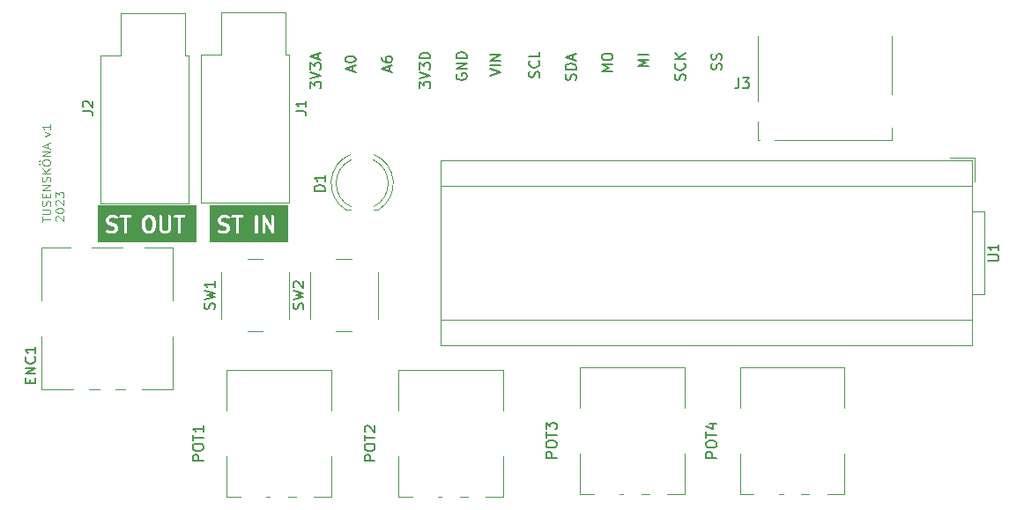
<source format=gbr>
%TF.GenerationSoftware,KiCad,Pcbnew,(7.0.0-0)*%
%TF.CreationDate,2023-06-03T23:07:31+02:00*%
%TF.ProjectId,Untitled,556e7469-746c-4656-942e-6b696361645f,rev?*%
%TF.SameCoordinates,Original*%
%TF.FileFunction,Legend,Top*%
%TF.FilePolarity,Positive*%
%FSLAX46Y46*%
G04 Gerber Fmt 4.6, Leading zero omitted, Abs format (unit mm)*
G04 Created by KiCad (PCBNEW (7.0.0-0)) date 2023-06-03 23:07:31*
%MOMM*%
%LPD*%
G01*
G04 APERTURE LIST*
%ADD10C,0.150000*%
%ADD11C,0.300000*%
%ADD12C,0.125000*%
%ADD13C,0.120000*%
G04 APERTURE END LIST*
D10*
X135532380Y-31357142D02*
X135532380Y-30738095D01*
X135532380Y-30738095D02*
X135913333Y-31071428D01*
X135913333Y-31071428D02*
X135913333Y-30928571D01*
X135913333Y-30928571D02*
X135960952Y-30833333D01*
X135960952Y-30833333D02*
X136008571Y-30785714D01*
X136008571Y-30785714D02*
X136103809Y-30738095D01*
X136103809Y-30738095D02*
X136341904Y-30738095D01*
X136341904Y-30738095D02*
X136437142Y-30785714D01*
X136437142Y-30785714D02*
X136484761Y-30833333D01*
X136484761Y-30833333D02*
X136532380Y-30928571D01*
X136532380Y-30928571D02*
X136532380Y-31214285D01*
X136532380Y-31214285D02*
X136484761Y-31309523D01*
X136484761Y-31309523D02*
X136437142Y-31357142D01*
X135532380Y-30452380D02*
X136532380Y-30119047D01*
X136532380Y-30119047D02*
X135532380Y-29785714D01*
X135532380Y-29547618D02*
X135532380Y-28928571D01*
X135532380Y-28928571D02*
X135913333Y-29261904D01*
X135913333Y-29261904D02*
X135913333Y-29119047D01*
X135913333Y-29119047D02*
X135960952Y-29023809D01*
X135960952Y-29023809D02*
X136008571Y-28976190D01*
X136008571Y-28976190D02*
X136103809Y-28928571D01*
X136103809Y-28928571D02*
X136341904Y-28928571D01*
X136341904Y-28928571D02*
X136437142Y-28976190D01*
X136437142Y-28976190D02*
X136484761Y-29023809D01*
X136484761Y-29023809D02*
X136532380Y-29119047D01*
X136532380Y-29119047D02*
X136532380Y-29404761D01*
X136532380Y-29404761D02*
X136484761Y-29499999D01*
X136484761Y-29499999D02*
X136437142Y-29547618D01*
X136532380Y-28499999D02*
X135532380Y-28499999D01*
X135532380Y-28499999D02*
X135532380Y-28261904D01*
X135532380Y-28261904D02*
X135580000Y-28119047D01*
X135580000Y-28119047D02*
X135675238Y-28023809D01*
X135675238Y-28023809D02*
X135770476Y-27976190D01*
X135770476Y-27976190D02*
X135960952Y-27928571D01*
X135960952Y-27928571D02*
X136103809Y-27928571D01*
X136103809Y-27928571D02*
X136294285Y-27976190D01*
X136294285Y-27976190D02*
X136389523Y-28023809D01*
X136389523Y-28023809D02*
X136484761Y-28119047D01*
X136484761Y-28119047D02*
X136532380Y-28261904D01*
X136532380Y-28261904D02*
X136532380Y-28499999D01*
X164484761Y-29559523D02*
X164532380Y-29416666D01*
X164532380Y-29416666D02*
X164532380Y-29178571D01*
X164532380Y-29178571D02*
X164484761Y-29083333D01*
X164484761Y-29083333D02*
X164437142Y-29035714D01*
X164437142Y-29035714D02*
X164341904Y-28988095D01*
X164341904Y-28988095D02*
X164246666Y-28988095D01*
X164246666Y-28988095D02*
X164151428Y-29035714D01*
X164151428Y-29035714D02*
X164103809Y-29083333D01*
X164103809Y-29083333D02*
X164056190Y-29178571D01*
X164056190Y-29178571D02*
X164008571Y-29369047D01*
X164008571Y-29369047D02*
X163960952Y-29464285D01*
X163960952Y-29464285D02*
X163913333Y-29511904D01*
X163913333Y-29511904D02*
X163818095Y-29559523D01*
X163818095Y-29559523D02*
X163722857Y-29559523D01*
X163722857Y-29559523D02*
X163627619Y-29511904D01*
X163627619Y-29511904D02*
X163580000Y-29464285D01*
X163580000Y-29464285D02*
X163532380Y-29369047D01*
X163532380Y-29369047D02*
X163532380Y-29130952D01*
X163532380Y-29130952D02*
X163580000Y-28988095D01*
X164484761Y-28607142D02*
X164532380Y-28464285D01*
X164532380Y-28464285D02*
X164532380Y-28226190D01*
X164532380Y-28226190D02*
X164484761Y-28130952D01*
X164484761Y-28130952D02*
X164437142Y-28083333D01*
X164437142Y-28083333D02*
X164341904Y-28035714D01*
X164341904Y-28035714D02*
X164246666Y-28035714D01*
X164246666Y-28035714D02*
X164151428Y-28083333D01*
X164151428Y-28083333D02*
X164103809Y-28130952D01*
X164103809Y-28130952D02*
X164056190Y-28226190D01*
X164056190Y-28226190D02*
X164008571Y-28416666D01*
X164008571Y-28416666D02*
X163960952Y-28511904D01*
X163960952Y-28511904D02*
X163913333Y-28559523D01*
X163913333Y-28559523D02*
X163818095Y-28607142D01*
X163818095Y-28607142D02*
X163722857Y-28607142D01*
X163722857Y-28607142D02*
X163627619Y-28559523D01*
X163627619Y-28559523D02*
X163580000Y-28511904D01*
X163580000Y-28511904D02*
X163532380Y-28416666D01*
X163532380Y-28416666D02*
X163532380Y-28178571D01*
X163532380Y-28178571D02*
X163580000Y-28035714D01*
X150484761Y-30559523D02*
X150532380Y-30416666D01*
X150532380Y-30416666D02*
X150532380Y-30178571D01*
X150532380Y-30178571D02*
X150484761Y-30083333D01*
X150484761Y-30083333D02*
X150437142Y-30035714D01*
X150437142Y-30035714D02*
X150341904Y-29988095D01*
X150341904Y-29988095D02*
X150246666Y-29988095D01*
X150246666Y-29988095D02*
X150151428Y-30035714D01*
X150151428Y-30035714D02*
X150103809Y-30083333D01*
X150103809Y-30083333D02*
X150056190Y-30178571D01*
X150056190Y-30178571D02*
X150008571Y-30369047D01*
X150008571Y-30369047D02*
X149960952Y-30464285D01*
X149960952Y-30464285D02*
X149913333Y-30511904D01*
X149913333Y-30511904D02*
X149818095Y-30559523D01*
X149818095Y-30559523D02*
X149722857Y-30559523D01*
X149722857Y-30559523D02*
X149627619Y-30511904D01*
X149627619Y-30511904D02*
X149580000Y-30464285D01*
X149580000Y-30464285D02*
X149532380Y-30369047D01*
X149532380Y-30369047D02*
X149532380Y-30130952D01*
X149532380Y-30130952D02*
X149580000Y-29988095D01*
X150532380Y-29559523D02*
X149532380Y-29559523D01*
X149532380Y-29559523D02*
X149532380Y-29321428D01*
X149532380Y-29321428D02*
X149580000Y-29178571D01*
X149580000Y-29178571D02*
X149675238Y-29083333D01*
X149675238Y-29083333D02*
X149770476Y-29035714D01*
X149770476Y-29035714D02*
X149960952Y-28988095D01*
X149960952Y-28988095D02*
X150103809Y-28988095D01*
X150103809Y-28988095D02*
X150294285Y-29035714D01*
X150294285Y-29035714D02*
X150389523Y-29083333D01*
X150389523Y-29083333D02*
X150484761Y-29178571D01*
X150484761Y-29178571D02*
X150532380Y-29321428D01*
X150532380Y-29321428D02*
X150532380Y-29559523D01*
X150246666Y-28607142D02*
X150246666Y-28130952D01*
X150532380Y-28702380D02*
X149532380Y-28369047D01*
X149532380Y-28369047D02*
X150532380Y-28035714D01*
X139080000Y-29988095D02*
X139032380Y-30083333D01*
X139032380Y-30083333D02*
X139032380Y-30226190D01*
X139032380Y-30226190D02*
X139080000Y-30369047D01*
X139080000Y-30369047D02*
X139175238Y-30464285D01*
X139175238Y-30464285D02*
X139270476Y-30511904D01*
X139270476Y-30511904D02*
X139460952Y-30559523D01*
X139460952Y-30559523D02*
X139603809Y-30559523D01*
X139603809Y-30559523D02*
X139794285Y-30511904D01*
X139794285Y-30511904D02*
X139889523Y-30464285D01*
X139889523Y-30464285D02*
X139984761Y-30369047D01*
X139984761Y-30369047D02*
X140032380Y-30226190D01*
X140032380Y-30226190D02*
X140032380Y-30130952D01*
X140032380Y-30130952D02*
X139984761Y-29988095D01*
X139984761Y-29988095D02*
X139937142Y-29940476D01*
X139937142Y-29940476D02*
X139603809Y-29940476D01*
X139603809Y-29940476D02*
X139603809Y-30130952D01*
X140032380Y-29511904D02*
X139032380Y-29511904D01*
X139032380Y-29511904D02*
X140032380Y-28940476D01*
X140032380Y-28940476D02*
X139032380Y-28940476D01*
X140032380Y-28464285D02*
X139032380Y-28464285D01*
X139032380Y-28464285D02*
X139032380Y-28226190D01*
X139032380Y-28226190D02*
X139080000Y-28083333D01*
X139080000Y-28083333D02*
X139175238Y-27988095D01*
X139175238Y-27988095D02*
X139270476Y-27940476D01*
X139270476Y-27940476D02*
X139460952Y-27892857D01*
X139460952Y-27892857D02*
X139603809Y-27892857D01*
X139603809Y-27892857D02*
X139794285Y-27940476D01*
X139794285Y-27940476D02*
X139889523Y-27988095D01*
X139889523Y-27988095D02*
X139984761Y-28083333D01*
X139984761Y-28083333D02*
X140032380Y-28226190D01*
X140032380Y-28226190D02*
X140032380Y-28464285D01*
D11*
G36*
X122871429Y-46164286D02*
G01*
X115335714Y-46164286D01*
X115335714Y-43976067D01*
X116130284Y-43976067D01*
X116135714Y-43989159D01*
X116135714Y-44094069D01*
X116131853Y-44129829D01*
X116145560Y-44157244D01*
X116154198Y-44186662D01*
X116164909Y-44195943D01*
X116214567Y-44295262D01*
X116219933Y-44319923D01*
X116249131Y-44349121D01*
X116277308Y-44379413D01*
X116280151Y-44380139D01*
X116309204Y-44409192D01*
X116322094Y-44430895D01*
X116359068Y-44449382D01*
X116395341Y-44469189D01*
X116398263Y-44468979D01*
X116480449Y-44510072D01*
X116492319Y-44522696D01*
X116519072Y-44529384D01*
X116523636Y-44531666D01*
X116539926Y-44534597D01*
X116804785Y-44600812D01*
X116911146Y-44653992D01*
X116948149Y-44690995D01*
X116992857Y-44780411D01*
X116992857Y-44852447D01*
X116948151Y-44941857D01*
X116911145Y-44978863D01*
X116821731Y-45023571D01*
X116524343Y-45023571D01*
X116312687Y-44953019D01*
X116247121Y-44950647D01*
X116171343Y-44995562D01*
X116131877Y-45074315D01*
X116141254Y-45161902D01*
X116196496Y-45230516D01*
X116434725Y-45309926D01*
X116455956Y-45323571D01*
X116497268Y-45323571D01*
X116538593Y-45325066D01*
X116541115Y-45323571D01*
X116849066Y-45323571D01*
X116884830Y-45327432D01*
X116912245Y-45313724D01*
X116941662Y-45305087D01*
X116950943Y-45294375D01*
X117050261Y-45244716D01*
X117074922Y-45239352D01*
X117104133Y-45210140D01*
X117134413Y-45181975D01*
X117135139Y-45179134D01*
X117164193Y-45150080D01*
X117185895Y-45137191D01*
X117204378Y-45100224D01*
X117224188Y-45063946D01*
X117223978Y-45061023D01*
X117273409Y-44962162D01*
X117292857Y-44931901D01*
X117292857Y-44901248D01*
X117298287Y-44871076D01*
X117292857Y-44857984D01*
X117292857Y-44753076D01*
X117296718Y-44717312D01*
X117283010Y-44689896D01*
X117274373Y-44660480D01*
X117263661Y-44651198D01*
X117214002Y-44551880D01*
X117208638Y-44527219D01*
X117179416Y-44497997D01*
X117151261Y-44467729D01*
X117148421Y-44467002D01*
X117119363Y-44437945D01*
X117106476Y-44416247D01*
X117069522Y-44397770D01*
X117033231Y-44377953D01*
X117030306Y-44378162D01*
X116948119Y-44337068D01*
X116936251Y-44324446D01*
X116909499Y-44317758D01*
X116904933Y-44315475D01*
X116888635Y-44312542D01*
X116623783Y-44246329D01*
X116517425Y-44193150D01*
X116480419Y-44156145D01*
X116435714Y-44066733D01*
X116435714Y-43994695D01*
X116480420Y-43905281D01*
X116517424Y-43868277D01*
X116606838Y-43823571D01*
X116904230Y-43823571D01*
X117115883Y-43894123D01*
X117181450Y-43896495D01*
X117257227Y-43851580D01*
X117296694Y-43772827D01*
X117288450Y-43695820D01*
X117416686Y-43695820D01*
X117453279Y-43775947D01*
X117527384Y-43823571D01*
X117849999Y-43823571D01*
X117849999Y-45195139D01*
X117868483Y-45258091D01*
X117935056Y-45315776D01*
X118022248Y-45328313D01*
X118102375Y-45291720D01*
X118149999Y-45217615D01*
X118149999Y-45195139D01*
X119678570Y-45195139D01*
X119697054Y-45258091D01*
X119763627Y-45315776D01*
X119850819Y-45328313D01*
X119930946Y-45291720D01*
X119978570Y-45217615D01*
X119978570Y-43709751D01*
X120390768Y-43709751D01*
X120392856Y-43713405D01*
X120392856Y-45195139D01*
X120411340Y-45258091D01*
X120477913Y-45315776D01*
X120565105Y-45328313D01*
X120645232Y-45291720D01*
X120692856Y-45217615D01*
X120692856Y-44238405D01*
X121261031Y-45232712D01*
X121268483Y-45258091D01*
X121298816Y-45284374D01*
X121327745Y-45312205D01*
X121331875Y-45313020D01*
X121335056Y-45315776D01*
X121374789Y-45321489D01*
X121414166Y-45329260D01*
X121418079Y-45327713D01*
X121422248Y-45328313D01*
X121458771Y-45311633D01*
X121496090Y-45296886D01*
X121498546Y-45293468D01*
X121502375Y-45291720D01*
X121524066Y-45257966D01*
X121547505Y-45225361D01*
X121547724Y-45221154D01*
X121549999Y-45217615D01*
X121549999Y-45177489D01*
X121552088Y-45137391D01*
X121549999Y-45133735D01*
X121549999Y-43652003D01*
X121531515Y-43589051D01*
X121464942Y-43531366D01*
X121377750Y-43518829D01*
X121297623Y-43555422D01*
X121249999Y-43629527D01*
X121249999Y-44608736D01*
X120681823Y-43614429D01*
X120674372Y-43589051D01*
X120644038Y-43562767D01*
X120615110Y-43534937D01*
X120610979Y-43534121D01*
X120607799Y-43531366D01*
X120568065Y-43525652D01*
X120528689Y-43517882D01*
X120524775Y-43519428D01*
X120520607Y-43518829D01*
X120484083Y-43535508D01*
X120446765Y-43550256D01*
X120444308Y-43553673D01*
X120440480Y-43555422D01*
X120418784Y-43589180D01*
X120395350Y-43621782D01*
X120395130Y-43625987D01*
X120392856Y-43629527D01*
X120392856Y-43669664D01*
X120390768Y-43709751D01*
X119978570Y-43709751D01*
X119978570Y-43652003D01*
X119960086Y-43589051D01*
X119893513Y-43531366D01*
X119806321Y-43518829D01*
X119726194Y-43555422D01*
X119678570Y-43629527D01*
X119678570Y-45195139D01*
X118149999Y-45195139D01*
X118149999Y-43823571D01*
X118450139Y-43823571D01*
X118513091Y-43805087D01*
X118570776Y-43738514D01*
X118583313Y-43651322D01*
X118546720Y-43571195D01*
X118472615Y-43523571D01*
X118010730Y-43523571D01*
X117977750Y-43518829D01*
X117967367Y-43523571D01*
X117549860Y-43523571D01*
X117486908Y-43542055D01*
X117429223Y-43608628D01*
X117416686Y-43695820D01*
X117288450Y-43695820D01*
X117287317Y-43685240D01*
X117232075Y-43616625D01*
X116993846Y-43537215D01*
X116972615Y-43523571D01*
X116931302Y-43523571D01*
X116889978Y-43522076D01*
X116887456Y-43523571D01*
X116579503Y-43523571D01*
X116543739Y-43519710D01*
X116516323Y-43533418D01*
X116486908Y-43542055D01*
X116477626Y-43552766D01*
X116378311Y-43602425D01*
X116353650Y-43607790D01*
X116324435Y-43637004D01*
X116294158Y-43665167D01*
X116293431Y-43668007D01*
X116264375Y-43697062D01*
X116242675Y-43709952D01*
X116224194Y-43746912D01*
X116204382Y-43783196D01*
X116204591Y-43786119D01*
X116155159Y-43884982D01*
X116135714Y-43915241D01*
X116135714Y-43945892D01*
X116130284Y-43976067D01*
X115335714Y-43976067D01*
X115335714Y-42585714D01*
X122871429Y-42585714D01*
X122871429Y-46164286D01*
G37*
D10*
X146984761Y-30309523D02*
X147032380Y-30166666D01*
X147032380Y-30166666D02*
X147032380Y-29928571D01*
X147032380Y-29928571D02*
X146984761Y-29833333D01*
X146984761Y-29833333D02*
X146937142Y-29785714D01*
X146937142Y-29785714D02*
X146841904Y-29738095D01*
X146841904Y-29738095D02*
X146746666Y-29738095D01*
X146746666Y-29738095D02*
X146651428Y-29785714D01*
X146651428Y-29785714D02*
X146603809Y-29833333D01*
X146603809Y-29833333D02*
X146556190Y-29928571D01*
X146556190Y-29928571D02*
X146508571Y-30119047D01*
X146508571Y-30119047D02*
X146460952Y-30214285D01*
X146460952Y-30214285D02*
X146413333Y-30261904D01*
X146413333Y-30261904D02*
X146318095Y-30309523D01*
X146318095Y-30309523D02*
X146222857Y-30309523D01*
X146222857Y-30309523D02*
X146127619Y-30261904D01*
X146127619Y-30261904D02*
X146080000Y-30214285D01*
X146080000Y-30214285D02*
X146032380Y-30119047D01*
X146032380Y-30119047D02*
X146032380Y-29880952D01*
X146032380Y-29880952D02*
X146080000Y-29738095D01*
X146937142Y-28738095D02*
X146984761Y-28785714D01*
X146984761Y-28785714D02*
X147032380Y-28928571D01*
X147032380Y-28928571D02*
X147032380Y-29023809D01*
X147032380Y-29023809D02*
X146984761Y-29166666D01*
X146984761Y-29166666D02*
X146889523Y-29261904D01*
X146889523Y-29261904D02*
X146794285Y-29309523D01*
X146794285Y-29309523D02*
X146603809Y-29357142D01*
X146603809Y-29357142D02*
X146460952Y-29357142D01*
X146460952Y-29357142D02*
X146270476Y-29309523D01*
X146270476Y-29309523D02*
X146175238Y-29261904D01*
X146175238Y-29261904D02*
X146080000Y-29166666D01*
X146080000Y-29166666D02*
X146032380Y-29023809D01*
X146032380Y-29023809D02*
X146032380Y-28928571D01*
X146032380Y-28928571D02*
X146080000Y-28785714D01*
X146080000Y-28785714D02*
X146127619Y-28738095D01*
X147032380Y-27833333D02*
X147032380Y-28309523D01*
X147032380Y-28309523D02*
X146032380Y-28309523D01*
X154032380Y-29761904D02*
X153032380Y-29761904D01*
X153032380Y-29761904D02*
X153746666Y-29428571D01*
X153746666Y-29428571D02*
X153032380Y-29095238D01*
X153032380Y-29095238D02*
X154032380Y-29095238D01*
X153032380Y-28428571D02*
X153032380Y-28238095D01*
X153032380Y-28238095D02*
X153080000Y-28142857D01*
X153080000Y-28142857D02*
X153175238Y-28047619D01*
X153175238Y-28047619D02*
X153365714Y-28000000D01*
X153365714Y-28000000D02*
X153699047Y-28000000D01*
X153699047Y-28000000D02*
X153889523Y-28047619D01*
X153889523Y-28047619D02*
X153984761Y-28142857D01*
X153984761Y-28142857D02*
X154032380Y-28238095D01*
X154032380Y-28238095D02*
X154032380Y-28428571D01*
X154032380Y-28428571D02*
X153984761Y-28523809D01*
X153984761Y-28523809D02*
X153889523Y-28619047D01*
X153889523Y-28619047D02*
X153699047Y-28666666D01*
X153699047Y-28666666D02*
X153365714Y-28666666D01*
X153365714Y-28666666D02*
X153175238Y-28619047D01*
X153175238Y-28619047D02*
X153080000Y-28523809D01*
X153080000Y-28523809D02*
X153032380Y-28428571D01*
X125032380Y-31357142D02*
X125032380Y-30738095D01*
X125032380Y-30738095D02*
X125413333Y-31071428D01*
X125413333Y-31071428D02*
X125413333Y-30928571D01*
X125413333Y-30928571D02*
X125460952Y-30833333D01*
X125460952Y-30833333D02*
X125508571Y-30785714D01*
X125508571Y-30785714D02*
X125603809Y-30738095D01*
X125603809Y-30738095D02*
X125841904Y-30738095D01*
X125841904Y-30738095D02*
X125937142Y-30785714D01*
X125937142Y-30785714D02*
X125984761Y-30833333D01*
X125984761Y-30833333D02*
X126032380Y-30928571D01*
X126032380Y-30928571D02*
X126032380Y-31214285D01*
X126032380Y-31214285D02*
X125984761Y-31309523D01*
X125984761Y-31309523D02*
X125937142Y-31357142D01*
X125032380Y-30452380D02*
X126032380Y-30119047D01*
X126032380Y-30119047D02*
X125032380Y-29785714D01*
X125032380Y-29547618D02*
X125032380Y-28928571D01*
X125032380Y-28928571D02*
X125413333Y-29261904D01*
X125413333Y-29261904D02*
X125413333Y-29119047D01*
X125413333Y-29119047D02*
X125460952Y-29023809D01*
X125460952Y-29023809D02*
X125508571Y-28976190D01*
X125508571Y-28976190D02*
X125603809Y-28928571D01*
X125603809Y-28928571D02*
X125841904Y-28928571D01*
X125841904Y-28928571D02*
X125937142Y-28976190D01*
X125937142Y-28976190D02*
X125984761Y-29023809D01*
X125984761Y-29023809D02*
X126032380Y-29119047D01*
X126032380Y-29119047D02*
X126032380Y-29404761D01*
X126032380Y-29404761D02*
X125984761Y-29499999D01*
X125984761Y-29499999D02*
X125937142Y-29547618D01*
X125746666Y-28547618D02*
X125746666Y-28071428D01*
X126032380Y-28642856D02*
X125032380Y-28309523D01*
X125032380Y-28309523D02*
X126032380Y-27976190D01*
X142282380Y-30154761D02*
X143282380Y-29821428D01*
X143282380Y-29821428D02*
X142282380Y-29488095D01*
X143282380Y-29154761D02*
X142282380Y-29154761D01*
X143282380Y-28678571D02*
X142282380Y-28678571D01*
X142282380Y-28678571D02*
X143282380Y-28107143D01*
X143282380Y-28107143D02*
X142282380Y-28107143D01*
X160984761Y-30559523D02*
X161032380Y-30416666D01*
X161032380Y-30416666D02*
X161032380Y-30178571D01*
X161032380Y-30178571D02*
X160984761Y-30083333D01*
X160984761Y-30083333D02*
X160937142Y-30035714D01*
X160937142Y-30035714D02*
X160841904Y-29988095D01*
X160841904Y-29988095D02*
X160746666Y-29988095D01*
X160746666Y-29988095D02*
X160651428Y-30035714D01*
X160651428Y-30035714D02*
X160603809Y-30083333D01*
X160603809Y-30083333D02*
X160556190Y-30178571D01*
X160556190Y-30178571D02*
X160508571Y-30369047D01*
X160508571Y-30369047D02*
X160460952Y-30464285D01*
X160460952Y-30464285D02*
X160413333Y-30511904D01*
X160413333Y-30511904D02*
X160318095Y-30559523D01*
X160318095Y-30559523D02*
X160222857Y-30559523D01*
X160222857Y-30559523D02*
X160127619Y-30511904D01*
X160127619Y-30511904D02*
X160080000Y-30464285D01*
X160080000Y-30464285D02*
X160032380Y-30369047D01*
X160032380Y-30369047D02*
X160032380Y-30130952D01*
X160032380Y-30130952D02*
X160080000Y-29988095D01*
X160937142Y-28988095D02*
X160984761Y-29035714D01*
X160984761Y-29035714D02*
X161032380Y-29178571D01*
X161032380Y-29178571D02*
X161032380Y-29273809D01*
X161032380Y-29273809D02*
X160984761Y-29416666D01*
X160984761Y-29416666D02*
X160889523Y-29511904D01*
X160889523Y-29511904D02*
X160794285Y-29559523D01*
X160794285Y-29559523D02*
X160603809Y-29607142D01*
X160603809Y-29607142D02*
X160460952Y-29607142D01*
X160460952Y-29607142D02*
X160270476Y-29559523D01*
X160270476Y-29559523D02*
X160175238Y-29511904D01*
X160175238Y-29511904D02*
X160080000Y-29416666D01*
X160080000Y-29416666D02*
X160032380Y-29273809D01*
X160032380Y-29273809D02*
X160032380Y-29178571D01*
X160032380Y-29178571D02*
X160080000Y-29035714D01*
X160080000Y-29035714D02*
X160127619Y-28988095D01*
X161032380Y-28559523D02*
X160032380Y-28559523D01*
X161032380Y-27988095D02*
X160460952Y-28416666D01*
X160032380Y-27988095D02*
X160603809Y-28559523D01*
X157532380Y-29261904D02*
X156532380Y-29261904D01*
X156532380Y-29261904D02*
X157246666Y-28928571D01*
X157246666Y-28928571D02*
X156532380Y-28595238D01*
X156532380Y-28595238D02*
X157532380Y-28595238D01*
X157532380Y-28119047D02*
X156532380Y-28119047D01*
D12*
X99229904Y-44173809D02*
X99229904Y-43716666D01*
X100029904Y-43945238D02*
X99229904Y-43945238D01*
X99229904Y-43449999D02*
X99877523Y-43449999D01*
X99877523Y-43449999D02*
X99953714Y-43411904D01*
X99953714Y-43411904D02*
X99991809Y-43373809D01*
X99991809Y-43373809D02*
X100029904Y-43297618D01*
X100029904Y-43297618D02*
X100029904Y-43145237D01*
X100029904Y-43145237D02*
X99991809Y-43069047D01*
X99991809Y-43069047D02*
X99953714Y-43030952D01*
X99953714Y-43030952D02*
X99877523Y-42992856D01*
X99877523Y-42992856D02*
X99229904Y-42992856D01*
X99991809Y-42650000D02*
X100029904Y-42535714D01*
X100029904Y-42535714D02*
X100029904Y-42345238D01*
X100029904Y-42345238D02*
X99991809Y-42269047D01*
X99991809Y-42269047D02*
X99953714Y-42230952D01*
X99953714Y-42230952D02*
X99877523Y-42192857D01*
X99877523Y-42192857D02*
X99801333Y-42192857D01*
X99801333Y-42192857D02*
X99725142Y-42230952D01*
X99725142Y-42230952D02*
X99687047Y-42269047D01*
X99687047Y-42269047D02*
X99648952Y-42345238D01*
X99648952Y-42345238D02*
X99610857Y-42497619D01*
X99610857Y-42497619D02*
X99572761Y-42573809D01*
X99572761Y-42573809D02*
X99534666Y-42611904D01*
X99534666Y-42611904D02*
X99458476Y-42650000D01*
X99458476Y-42650000D02*
X99382285Y-42650000D01*
X99382285Y-42650000D02*
X99306095Y-42611904D01*
X99306095Y-42611904D02*
X99268000Y-42573809D01*
X99268000Y-42573809D02*
X99229904Y-42497619D01*
X99229904Y-42497619D02*
X99229904Y-42307142D01*
X99229904Y-42307142D02*
X99268000Y-42192857D01*
X99610857Y-41849999D02*
X99610857Y-41583333D01*
X100029904Y-41469047D02*
X100029904Y-41849999D01*
X100029904Y-41849999D02*
X99229904Y-41849999D01*
X99229904Y-41849999D02*
X99229904Y-41469047D01*
X100029904Y-41126189D02*
X99229904Y-41126189D01*
X99229904Y-41126189D02*
X100029904Y-40669046D01*
X100029904Y-40669046D02*
X99229904Y-40669046D01*
X99991809Y-40326190D02*
X100029904Y-40211904D01*
X100029904Y-40211904D02*
X100029904Y-40021428D01*
X100029904Y-40021428D02*
X99991809Y-39945237D01*
X99991809Y-39945237D02*
X99953714Y-39907142D01*
X99953714Y-39907142D02*
X99877523Y-39869047D01*
X99877523Y-39869047D02*
X99801333Y-39869047D01*
X99801333Y-39869047D02*
X99725142Y-39907142D01*
X99725142Y-39907142D02*
X99687047Y-39945237D01*
X99687047Y-39945237D02*
X99648952Y-40021428D01*
X99648952Y-40021428D02*
X99610857Y-40173809D01*
X99610857Y-40173809D02*
X99572761Y-40249999D01*
X99572761Y-40249999D02*
X99534666Y-40288094D01*
X99534666Y-40288094D02*
X99458476Y-40326190D01*
X99458476Y-40326190D02*
X99382285Y-40326190D01*
X99382285Y-40326190D02*
X99306095Y-40288094D01*
X99306095Y-40288094D02*
X99268000Y-40249999D01*
X99268000Y-40249999D02*
X99229904Y-40173809D01*
X99229904Y-40173809D02*
X99229904Y-39983332D01*
X99229904Y-39983332D02*
X99268000Y-39869047D01*
X100029904Y-39526189D02*
X99229904Y-39526189D01*
X100029904Y-39069046D02*
X99572761Y-39411904D01*
X99229904Y-39069046D02*
X99687047Y-39526189D01*
X99229904Y-38573808D02*
X99229904Y-38421427D01*
X99229904Y-38421427D02*
X99268000Y-38345237D01*
X99268000Y-38345237D02*
X99344190Y-38269046D01*
X99344190Y-38269046D02*
X99496571Y-38230951D01*
X99496571Y-38230951D02*
X99763238Y-38230951D01*
X99763238Y-38230951D02*
X99915619Y-38269046D01*
X99915619Y-38269046D02*
X99991809Y-38345237D01*
X99991809Y-38345237D02*
X100029904Y-38421427D01*
X100029904Y-38421427D02*
X100029904Y-38573808D01*
X100029904Y-38573808D02*
X99991809Y-38649999D01*
X99991809Y-38649999D02*
X99915619Y-38726189D01*
X99915619Y-38726189D02*
X99763238Y-38764285D01*
X99763238Y-38764285D02*
X99496571Y-38764285D01*
X99496571Y-38764285D02*
X99344190Y-38726189D01*
X99344190Y-38726189D02*
X99268000Y-38649999D01*
X99268000Y-38649999D02*
X99229904Y-38573808D01*
X98963238Y-38649999D02*
X99001333Y-38611904D01*
X99001333Y-38611904D02*
X99039428Y-38649999D01*
X99039428Y-38649999D02*
X99001333Y-38688094D01*
X99001333Y-38688094D02*
X98963238Y-38649999D01*
X98963238Y-38649999D02*
X99039428Y-38649999D01*
X98963238Y-38345237D02*
X99001333Y-38307142D01*
X99001333Y-38307142D02*
X99039428Y-38345237D01*
X99039428Y-38345237D02*
X99001333Y-38383332D01*
X99001333Y-38383332D02*
X98963238Y-38345237D01*
X98963238Y-38345237D02*
X99039428Y-38345237D01*
X100029904Y-37888094D02*
X99229904Y-37888094D01*
X99229904Y-37888094D02*
X100029904Y-37430951D01*
X100029904Y-37430951D02*
X99229904Y-37430951D01*
X99801333Y-37088095D02*
X99801333Y-36707142D01*
X100029904Y-37164285D02*
X99229904Y-36897618D01*
X99229904Y-36897618D02*
X100029904Y-36630952D01*
X99496571Y-35960476D02*
X100029904Y-35770000D01*
X100029904Y-35770000D02*
X99496571Y-35579523D01*
X100029904Y-34855714D02*
X100029904Y-35312857D01*
X100029904Y-35084285D02*
X99229904Y-35084285D01*
X99229904Y-35084285D02*
X99344190Y-35160476D01*
X99344190Y-35160476D02*
X99420380Y-35236666D01*
X99420380Y-35236666D02*
X99458476Y-35312857D01*
X100602095Y-44097619D02*
X100564000Y-44059523D01*
X100564000Y-44059523D02*
X100525904Y-43983333D01*
X100525904Y-43983333D02*
X100525904Y-43792857D01*
X100525904Y-43792857D02*
X100564000Y-43716666D01*
X100564000Y-43716666D02*
X100602095Y-43678571D01*
X100602095Y-43678571D02*
X100678285Y-43640476D01*
X100678285Y-43640476D02*
X100754476Y-43640476D01*
X100754476Y-43640476D02*
X100868761Y-43678571D01*
X100868761Y-43678571D02*
X101325904Y-44135714D01*
X101325904Y-44135714D02*
X101325904Y-43640476D01*
X100525904Y-43145237D02*
X100525904Y-43069047D01*
X100525904Y-43069047D02*
X100564000Y-42992856D01*
X100564000Y-42992856D02*
X100602095Y-42954761D01*
X100602095Y-42954761D02*
X100678285Y-42916666D01*
X100678285Y-42916666D02*
X100830666Y-42878571D01*
X100830666Y-42878571D02*
X101021142Y-42878571D01*
X101021142Y-42878571D02*
X101173523Y-42916666D01*
X101173523Y-42916666D02*
X101249714Y-42954761D01*
X101249714Y-42954761D02*
X101287809Y-42992856D01*
X101287809Y-42992856D02*
X101325904Y-43069047D01*
X101325904Y-43069047D02*
X101325904Y-43145237D01*
X101325904Y-43145237D02*
X101287809Y-43221428D01*
X101287809Y-43221428D02*
X101249714Y-43259523D01*
X101249714Y-43259523D02*
X101173523Y-43297618D01*
X101173523Y-43297618D02*
X101021142Y-43335714D01*
X101021142Y-43335714D02*
X100830666Y-43335714D01*
X100830666Y-43335714D02*
X100678285Y-43297618D01*
X100678285Y-43297618D02*
X100602095Y-43259523D01*
X100602095Y-43259523D02*
X100564000Y-43221428D01*
X100564000Y-43221428D02*
X100525904Y-43145237D01*
X100602095Y-42573809D02*
X100564000Y-42535713D01*
X100564000Y-42535713D02*
X100525904Y-42459523D01*
X100525904Y-42459523D02*
X100525904Y-42269047D01*
X100525904Y-42269047D02*
X100564000Y-42192856D01*
X100564000Y-42192856D02*
X100602095Y-42154761D01*
X100602095Y-42154761D02*
X100678285Y-42116666D01*
X100678285Y-42116666D02*
X100754476Y-42116666D01*
X100754476Y-42116666D02*
X100868761Y-42154761D01*
X100868761Y-42154761D02*
X101325904Y-42611904D01*
X101325904Y-42611904D02*
X101325904Y-42116666D01*
X100525904Y-41849999D02*
X100525904Y-41354761D01*
X100525904Y-41354761D02*
X100830666Y-41621427D01*
X100830666Y-41621427D02*
X100830666Y-41507142D01*
X100830666Y-41507142D02*
X100868761Y-41430951D01*
X100868761Y-41430951D02*
X100906857Y-41392856D01*
X100906857Y-41392856D02*
X100983047Y-41354761D01*
X100983047Y-41354761D02*
X101173523Y-41354761D01*
X101173523Y-41354761D02*
X101249714Y-41392856D01*
X101249714Y-41392856D02*
X101287809Y-41430951D01*
X101287809Y-41430951D02*
X101325904Y-41507142D01*
X101325904Y-41507142D02*
X101325904Y-41735713D01*
X101325904Y-41735713D02*
X101287809Y-41811904D01*
X101287809Y-41811904D02*
X101249714Y-41849999D01*
D11*
G36*
X109704002Y-43868278D02*
G01*
X109800268Y-43964544D01*
X109857142Y-44192036D01*
X109857142Y-44655106D01*
X109800268Y-44882597D01*
X109704002Y-44978863D01*
X109614589Y-45023571D01*
X109399695Y-45023571D01*
X109310283Y-44978865D01*
X109214014Y-44882597D01*
X109157142Y-44655107D01*
X109157142Y-44192035D01*
X109214013Y-43964545D01*
X109310283Y-43868276D01*
X109399695Y-43823571D01*
X109614588Y-43823571D01*
X109704002Y-43868278D01*
G37*
G36*
X114121429Y-46164286D02*
G01*
X104585714Y-46164286D01*
X104585714Y-43976067D01*
X105380284Y-43976067D01*
X105385714Y-43989159D01*
X105385714Y-44094069D01*
X105381853Y-44129829D01*
X105395560Y-44157244D01*
X105404198Y-44186662D01*
X105414909Y-44195943D01*
X105464567Y-44295262D01*
X105469933Y-44319923D01*
X105499131Y-44349121D01*
X105527308Y-44379413D01*
X105530151Y-44380139D01*
X105559204Y-44409192D01*
X105572094Y-44430895D01*
X105609068Y-44449382D01*
X105645341Y-44469189D01*
X105648263Y-44468979D01*
X105730449Y-44510072D01*
X105742319Y-44522696D01*
X105769072Y-44529384D01*
X105773636Y-44531666D01*
X105789926Y-44534597D01*
X106054785Y-44600812D01*
X106161146Y-44653992D01*
X106198149Y-44690995D01*
X106242857Y-44780411D01*
X106242857Y-44852447D01*
X106198151Y-44941857D01*
X106161145Y-44978863D01*
X106071731Y-45023571D01*
X105774343Y-45023571D01*
X105562687Y-44953019D01*
X105497121Y-44950647D01*
X105421343Y-44995562D01*
X105381877Y-45074315D01*
X105391254Y-45161902D01*
X105446496Y-45230516D01*
X105684725Y-45309926D01*
X105705956Y-45323571D01*
X105747268Y-45323571D01*
X105788593Y-45325066D01*
X105791115Y-45323571D01*
X106099066Y-45323571D01*
X106134830Y-45327432D01*
X106162245Y-45313724D01*
X106191662Y-45305087D01*
X106200943Y-45294375D01*
X106300261Y-45244716D01*
X106324922Y-45239352D01*
X106354133Y-45210140D01*
X106384413Y-45181975D01*
X106385139Y-45179134D01*
X106414193Y-45150080D01*
X106435895Y-45137191D01*
X106454378Y-45100224D01*
X106474188Y-45063946D01*
X106473978Y-45061023D01*
X106523409Y-44962162D01*
X106542857Y-44931901D01*
X106542857Y-44901248D01*
X106548287Y-44871076D01*
X106542857Y-44857984D01*
X106542857Y-44753076D01*
X106546718Y-44717312D01*
X106533010Y-44689896D01*
X106524373Y-44660480D01*
X106513661Y-44651198D01*
X106464002Y-44551880D01*
X106458638Y-44527219D01*
X106429416Y-44497997D01*
X106401261Y-44467729D01*
X106398421Y-44467002D01*
X106369363Y-44437945D01*
X106356476Y-44416247D01*
X106319522Y-44397770D01*
X106283231Y-44377953D01*
X106280306Y-44378162D01*
X106198119Y-44337068D01*
X106186251Y-44324446D01*
X106159499Y-44317758D01*
X106154933Y-44315475D01*
X106138635Y-44312542D01*
X105873783Y-44246329D01*
X105767425Y-44193150D01*
X105730419Y-44156145D01*
X105685714Y-44066733D01*
X105685714Y-43994695D01*
X105730420Y-43905281D01*
X105767424Y-43868277D01*
X105856838Y-43823571D01*
X106154230Y-43823571D01*
X106365883Y-43894123D01*
X106431450Y-43896495D01*
X106507227Y-43851580D01*
X106546694Y-43772827D01*
X106538450Y-43695820D01*
X106666686Y-43695820D01*
X106703279Y-43775947D01*
X106777384Y-43823571D01*
X107099999Y-43823571D01*
X107099999Y-45195139D01*
X107118483Y-45258091D01*
X107185056Y-45315776D01*
X107272248Y-45328313D01*
X107352375Y-45291720D01*
X107399999Y-45217615D01*
X107399999Y-44667222D01*
X108850938Y-44667222D01*
X108857142Y-44692038D01*
X108857142Y-44695139D01*
X108862360Y-44712912D01*
X108932481Y-44993396D01*
X108941360Y-45034208D01*
X108958917Y-45051765D01*
X108971480Y-45073178D01*
X108989422Y-45082270D01*
X109102062Y-45194908D01*
X109114951Y-45216609D01*
X109151913Y-45235090D01*
X109188197Y-45254903D01*
X109191120Y-45254693D01*
X109289979Y-45304123D01*
X109320241Y-45323571D01*
X109350894Y-45323571D01*
X109381066Y-45329001D01*
X109394158Y-45323571D01*
X109641924Y-45323571D01*
X109677687Y-45327432D01*
X109705101Y-45313724D01*
X109734519Y-45305087D01*
X109743801Y-45294374D01*
X109843114Y-45244717D01*
X109867778Y-45239352D01*
X109896998Y-45210131D01*
X109927269Y-45181975D01*
X109927995Y-45179134D01*
X110040138Y-45066991D01*
X110070552Y-45038395D01*
X110076573Y-45014307D01*
X110088473Y-44992516D01*
X110087037Y-44972451D01*
X110101264Y-44915545D01*
X110496138Y-44915545D01*
X110509845Y-44942959D01*
X110518483Y-44972377D01*
X110529195Y-44981659D01*
X110578853Y-45080974D01*
X110584219Y-45105637D01*
X110613432Y-45134849D01*
X110641595Y-45165127D01*
X110644436Y-45165853D01*
X110673490Y-45194906D01*
X110686380Y-45216609D01*
X110723354Y-45235096D01*
X110759627Y-45254903D01*
X110762549Y-45254693D01*
X110861408Y-45304123D01*
X110891670Y-45323571D01*
X110922323Y-45323571D01*
X110952495Y-45329001D01*
X110965587Y-45323571D01*
X111213353Y-45323571D01*
X111249116Y-45327432D01*
X111276530Y-45313724D01*
X111305948Y-45305087D01*
X111315230Y-45294374D01*
X111414544Y-45244716D01*
X111439206Y-45239352D01*
X111468420Y-45210137D01*
X111498698Y-45181975D01*
X111499424Y-45179134D01*
X111528480Y-45150079D01*
X111550181Y-45137190D01*
X111568660Y-45100231D01*
X111588474Y-45063946D01*
X111588264Y-45061021D01*
X111637694Y-44962162D01*
X111657142Y-44931901D01*
X111657142Y-44901249D01*
X111662572Y-44871075D01*
X111657142Y-44857983D01*
X111657142Y-43695820D01*
X111852401Y-43695820D01*
X111888994Y-43775947D01*
X111963099Y-43823571D01*
X112285714Y-43823571D01*
X112285714Y-45195139D01*
X112304198Y-45258091D01*
X112370771Y-45315776D01*
X112457963Y-45328313D01*
X112538090Y-45291720D01*
X112585714Y-45217615D01*
X112585714Y-43823571D01*
X112885854Y-43823571D01*
X112948806Y-43805087D01*
X113006491Y-43738514D01*
X113019028Y-43651322D01*
X112982435Y-43571195D01*
X112908330Y-43523571D01*
X112446445Y-43523571D01*
X112413465Y-43518829D01*
X112403082Y-43523571D01*
X111985575Y-43523571D01*
X111922623Y-43542055D01*
X111864938Y-43608628D01*
X111852401Y-43695820D01*
X111657142Y-43695820D01*
X111657142Y-43652003D01*
X111638658Y-43589051D01*
X111572085Y-43531366D01*
X111484893Y-43518829D01*
X111404766Y-43555422D01*
X111357142Y-43629527D01*
X111357142Y-44852447D01*
X111312434Y-44941861D01*
X111275432Y-44978863D01*
X111186018Y-45023571D01*
X110971124Y-45023571D01*
X110881711Y-44978864D01*
X110844705Y-44941859D01*
X110799999Y-44852447D01*
X110799999Y-43652003D01*
X110781515Y-43589051D01*
X110714942Y-43531366D01*
X110627750Y-43518829D01*
X110547623Y-43555422D01*
X110499999Y-43629527D01*
X110499999Y-44879782D01*
X110496138Y-44915545D01*
X110101264Y-44915545D01*
X110146675Y-44733900D01*
X110157142Y-44717615D01*
X110157142Y-44692036D01*
X110157894Y-44689028D01*
X110157142Y-44670523D01*
X110157142Y-44198258D01*
X110163346Y-44179919D01*
X110157142Y-44155103D01*
X110157142Y-44152003D01*
X110151924Y-44134232D01*
X110081798Y-43853732D01*
X110072923Y-43812935D01*
X110055368Y-43795380D01*
X110042803Y-43773963D01*
X110024857Y-43764869D01*
X109912220Y-43652232D01*
X109899332Y-43630533D01*
X109862380Y-43612057D01*
X109826087Y-43592239D01*
X109823162Y-43592448D01*
X109724308Y-43543021D01*
X109694043Y-43523571D01*
X109663390Y-43523571D01*
X109633218Y-43518141D01*
X109620126Y-43523571D01*
X109372360Y-43523571D01*
X109336596Y-43519710D01*
X109309180Y-43533418D01*
X109279765Y-43542055D01*
X109270483Y-43552766D01*
X109171168Y-43602424D01*
X109146506Y-43607790D01*
X109117280Y-43637014D01*
X109087015Y-43665167D01*
X109086288Y-43668006D01*
X108974122Y-43780172D01*
X108943731Y-43808748D01*
X108937710Y-43832831D01*
X108925810Y-43854625D01*
X108927245Y-43874691D01*
X108867608Y-44113240D01*
X108857142Y-44129527D01*
X108857142Y-44155107D01*
X108856390Y-44158115D01*
X108857142Y-44176620D01*
X108857142Y-44648883D01*
X108850938Y-44667222D01*
X107399999Y-44667222D01*
X107399999Y-43823571D01*
X107700139Y-43823571D01*
X107763091Y-43805087D01*
X107820776Y-43738514D01*
X107833313Y-43651322D01*
X107796720Y-43571195D01*
X107722615Y-43523571D01*
X107260730Y-43523571D01*
X107227750Y-43518829D01*
X107217367Y-43523571D01*
X106799860Y-43523571D01*
X106736908Y-43542055D01*
X106679223Y-43608628D01*
X106666686Y-43695820D01*
X106538450Y-43695820D01*
X106537317Y-43685240D01*
X106482075Y-43616625D01*
X106243846Y-43537215D01*
X106222615Y-43523571D01*
X106181302Y-43523571D01*
X106139978Y-43522076D01*
X106137456Y-43523571D01*
X105829503Y-43523571D01*
X105793739Y-43519710D01*
X105766323Y-43533418D01*
X105736908Y-43542055D01*
X105727626Y-43552766D01*
X105628311Y-43602425D01*
X105603650Y-43607790D01*
X105574435Y-43637004D01*
X105544158Y-43665167D01*
X105543431Y-43668007D01*
X105514375Y-43697062D01*
X105492675Y-43709952D01*
X105474194Y-43746912D01*
X105454382Y-43783196D01*
X105454591Y-43786119D01*
X105405159Y-43884982D01*
X105385714Y-43915241D01*
X105385714Y-43945892D01*
X105380284Y-43976067D01*
X104585714Y-43976067D01*
X104585714Y-42585714D01*
X114121429Y-42585714D01*
X114121429Y-46164286D01*
G37*
D10*
%TO.C,SW1*%
X115769761Y-52583332D02*
X115817380Y-52440475D01*
X115817380Y-52440475D02*
X115817380Y-52202380D01*
X115817380Y-52202380D02*
X115769761Y-52107142D01*
X115769761Y-52107142D02*
X115722142Y-52059523D01*
X115722142Y-52059523D02*
X115626904Y-52011904D01*
X115626904Y-52011904D02*
X115531666Y-52011904D01*
X115531666Y-52011904D02*
X115436428Y-52059523D01*
X115436428Y-52059523D02*
X115388809Y-52107142D01*
X115388809Y-52107142D02*
X115341190Y-52202380D01*
X115341190Y-52202380D02*
X115293571Y-52392856D01*
X115293571Y-52392856D02*
X115245952Y-52488094D01*
X115245952Y-52488094D02*
X115198333Y-52535713D01*
X115198333Y-52535713D02*
X115103095Y-52583332D01*
X115103095Y-52583332D02*
X115007857Y-52583332D01*
X115007857Y-52583332D02*
X114912619Y-52535713D01*
X114912619Y-52535713D02*
X114865000Y-52488094D01*
X114865000Y-52488094D02*
X114817380Y-52392856D01*
X114817380Y-52392856D02*
X114817380Y-52154761D01*
X114817380Y-52154761D02*
X114865000Y-52011904D01*
X114817380Y-51678570D02*
X115817380Y-51440475D01*
X115817380Y-51440475D02*
X115103095Y-51249999D01*
X115103095Y-51249999D02*
X115817380Y-51059523D01*
X115817380Y-51059523D02*
X114817380Y-50821428D01*
X115817380Y-49916666D02*
X115817380Y-50488094D01*
X115817380Y-50202380D02*
X114817380Y-50202380D01*
X114817380Y-50202380D02*
X114960238Y-50297618D01*
X114960238Y-50297618D02*
X115055476Y-50392856D01*
X115055476Y-50392856D02*
X115103095Y-50488094D01*
%TO.C,SW2*%
X124319761Y-52583332D02*
X124367380Y-52440475D01*
X124367380Y-52440475D02*
X124367380Y-52202380D01*
X124367380Y-52202380D02*
X124319761Y-52107142D01*
X124319761Y-52107142D02*
X124272142Y-52059523D01*
X124272142Y-52059523D02*
X124176904Y-52011904D01*
X124176904Y-52011904D02*
X124081666Y-52011904D01*
X124081666Y-52011904D02*
X123986428Y-52059523D01*
X123986428Y-52059523D02*
X123938809Y-52107142D01*
X123938809Y-52107142D02*
X123891190Y-52202380D01*
X123891190Y-52202380D02*
X123843571Y-52392856D01*
X123843571Y-52392856D02*
X123795952Y-52488094D01*
X123795952Y-52488094D02*
X123748333Y-52535713D01*
X123748333Y-52535713D02*
X123653095Y-52583332D01*
X123653095Y-52583332D02*
X123557857Y-52583332D01*
X123557857Y-52583332D02*
X123462619Y-52535713D01*
X123462619Y-52535713D02*
X123415000Y-52488094D01*
X123415000Y-52488094D02*
X123367380Y-52392856D01*
X123367380Y-52392856D02*
X123367380Y-52154761D01*
X123367380Y-52154761D02*
X123415000Y-52011904D01*
X123367380Y-51678570D02*
X124367380Y-51440475D01*
X124367380Y-51440475D02*
X123653095Y-51249999D01*
X123653095Y-51249999D02*
X124367380Y-51059523D01*
X124367380Y-51059523D02*
X123367380Y-50821428D01*
X123462619Y-50488094D02*
X123415000Y-50440475D01*
X123415000Y-50440475D02*
X123367380Y-50345237D01*
X123367380Y-50345237D02*
X123367380Y-50107142D01*
X123367380Y-50107142D02*
X123415000Y-50011904D01*
X123415000Y-50011904D02*
X123462619Y-49964285D01*
X123462619Y-49964285D02*
X123557857Y-49916666D01*
X123557857Y-49916666D02*
X123653095Y-49916666D01*
X123653095Y-49916666D02*
X123795952Y-49964285D01*
X123795952Y-49964285D02*
X124367380Y-50535713D01*
X124367380Y-50535713D02*
X124367380Y-49916666D01*
%TO.C,POT4*%
X164047380Y-66862856D02*
X163047380Y-66862856D01*
X163047380Y-66862856D02*
X163047380Y-66481904D01*
X163047380Y-66481904D02*
X163095000Y-66386666D01*
X163095000Y-66386666D02*
X163142619Y-66339047D01*
X163142619Y-66339047D02*
X163237857Y-66291428D01*
X163237857Y-66291428D02*
X163380714Y-66291428D01*
X163380714Y-66291428D02*
X163475952Y-66339047D01*
X163475952Y-66339047D02*
X163523571Y-66386666D01*
X163523571Y-66386666D02*
X163571190Y-66481904D01*
X163571190Y-66481904D02*
X163571190Y-66862856D01*
X163047380Y-65672380D02*
X163047380Y-65481904D01*
X163047380Y-65481904D02*
X163095000Y-65386666D01*
X163095000Y-65386666D02*
X163190238Y-65291428D01*
X163190238Y-65291428D02*
X163380714Y-65243809D01*
X163380714Y-65243809D02*
X163714047Y-65243809D01*
X163714047Y-65243809D02*
X163904523Y-65291428D01*
X163904523Y-65291428D02*
X163999761Y-65386666D01*
X163999761Y-65386666D02*
X164047380Y-65481904D01*
X164047380Y-65481904D02*
X164047380Y-65672380D01*
X164047380Y-65672380D02*
X163999761Y-65767618D01*
X163999761Y-65767618D02*
X163904523Y-65862856D01*
X163904523Y-65862856D02*
X163714047Y-65910475D01*
X163714047Y-65910475D02*
X163380714Y-65910475D01*
X163380714Y-65910475D02*
X163190238Y-65862856D01*
X163190238Y-65862856D02*
X163095000Y-65767618D01*
X163095000Y-65767618D02*
X163047380Y-65672380D01*
X163047380Y-64958094D02*
X163047380Y-64386666D01*
X164047380Y-64672380D02*
X163047380Y-64672380D01*
X163380714Y-63624761D02*
X164047380Y-63624761D01*
X162999761Y-63862856D02*
X163714047Y-64100951D01*
X163714047Y-64100951D02*
X163714047Y-63481904D01*
%TO.C,A6*%
X132581666Y-29714285D02*
X132581666Y-29238095D01*
X132867380Y-29809523D02*
X131867380Y-29476190D01*
X131867380Y-29476190D02*
X132867380Y-29142857D01*
X131867380Y-28380952D02*
X131867380Y-28571428D01*
X131867380Y-28571428D02*
X131915000Y-28666666D01*
X131915000Y-28666666D02*
X131962619Y-28714285D01*
X131962619Y-28714285D02*
X132105476Y-28809523D01*
X132105476Y-28809523D02*
X132295952Y-28857142D01*
X132295952Y-28857142D02*
X132676904Y-28857142D01*
X132676904Y-28857142D02*
X132772142Y-28809523D01*
X132772142Y-28809523D02*
X132819761Y-28761904D01*
X132819761Y-28761904D02*
X132867380Y-28666666D01*
X132867380Y-28666666D02*
X132867380Y-28476190D01*
X132867380Y-28476190D02*
X132819761Y-28380952D01*
X132819761Y-28380952D02*
X132772142Y-28333333D01*
X132772142Y-28333333D02*
X132676904Y-28285714D01*
X132676904Y-28285714D02*
X132438809Y-28285714D01*
X132438809Y-28285714D02*
X132343571Y-28333333D01*
X132343571Y-28333333D02*
X132295952Y-28380952D01*
X132295952Y-28380952D02*
X132248333Y-28476190D01*
X132248333Y-28476190D02*
X132248333Y-28666666D01*
X132248333Y-28666666D02*
X132295952Y-28761904D01*
X132295952Y-28761904D02*
X132343571Y-28809523D01*
X132343571Y-28809523D02*
X132438809Y-28857142D01*
%TO.C,ENC1*%
X98093571Y-59714285D02*
X98093571Y-59380952D01*
X98617380Y-59238095D02*
X98617380Y-59714285D01*
X98617380Y-59714285D02*
X97617380Y-59714285D01*
X97617380Y-59714285D02*
X97617380Y-59238095D01*
X98617380Y-58809523D02*
X97617380Y-58809523D01*
X97617380Y-58809523D02*
X98617380Y-58238095D01*
X98617380Y-58238095D02*
X97617380Y-58238095D01*
X98522142Y-57190476D02*
X98569761Y-57238095D01*
X98569761Y-57238095D02*
X98617380Y-57380952D01*
X98617380Y-57380952D02*
X98617380Y-57476190D01*
X98617380Y-57476190D02*
X98569761Y-57619047D01*
X98569761Y-57619047D02*
X98474523Y-57714285D01*
X98474523Y-57714285D02*
X98379285Y-57761904D01*
X98379285Y-57761904D02*
X98188809Y-57809523D01*
X98188809Y-57809523D02*
X98045952Y-57809523D01*
X98045952Y-57809523D02*
X97855476Y-57761904D01*
X97855476Y-57761904D02*
X97760238Y-57714285D01*
X97760238Y-57714285D02*
X97665000Y-57619047D01*
X97665000Y-57619047D02*
X97617380Y-57476190D01*
X97617380Y-57476190D02*
X97617380Y-57380952D01*
X97617380Y-57380952D02*
X97665000Y-57238095D01*
X97665000Y-57238095D02*
X97712619Y-57190476D01*
X98617380Y-56238095D02*
X98617380Y-56809523D01*
X98617380Y-56523809D02*
X97617380Y-56523809D01*
X97617380Y-56523809D02*
X97760238Y-56619047D01*
X97760238Y-56619047D02*
X97855476Y-56714285D01*
X97855476Y-56714285D02*
X97903095Y-56809523D01*
%TO.C,POT1*%
X114717380Y-67142856D02*
X113717380Y-67142856D01*
X113717380Y-67142856D02*
X113717380Y-66761904D01*
X113717380Y-66761904D02*
X113765000Y-66666666D01*
X113765000Y-66666666D02*
X113812619Y-66619047D01*
X113812619Y-66619047D02*
X113907857Y-66571428D01*
X113907857Y-66571428D02*
X114050714Y-66571428D01*
X114050714Y-66571428D02*
X114145952Y-66619047D01*
X114145952Y-66619047D02*
X114193571Y-66666666D01*
X114193571Y-66666666D02*
X114241190Y-66761904D01*
X114241190Y-66761904D02*
X114241190Y-67142856D01*
X113717380Y-65952380D02*
X113717380Y-65761904D01*
X113717380Y-65761904D02*
X113765000Y-65666666D01*
X113765000Y-65666666D02*
X113860238Y-65571428D01*
X113860238Y-65571428D02*
X114050714Y-65523809D01*
X114050714Y-65523809D02*
X114384047Y-65523809D01*
X114384047Y-65523809D02*
X114574523Y-65571428D01*
X114574523Y-65571428D02*
X114669761Y-65666666D01*
X114669761Y-65666666D02*
X114717380Y-65761904D01*
X114717380Y-65761904D02*
X114717380Y-65952380D01*
X114717380Y-65952380D02*
X114669761Y-66047618D01*
X114669761Y-66047618D02*
X114574523Y-66142856D01*
X114574523Y-66142856D02*
X114384047Y-66190475D01*
X114384047Y-66190475D02*
X114050714Y-66190475D01*
X114050714Y-66190475D02*
X113860238Y-66142856D01*
X113860238Y-66142856D02*
X113765000Y-66047618D01*
X113765000Y-66047618D02*
X113717380Y-65952380D01*
X113717380Y-65238094D02*
X113717380Y-64666666D01*
X114717380Y-64952380D02*
X113717380Y-64952380D01*
X114717380Y-63809523D02*
X114717380Y-64380951D01*
X114717380Y-64095237D02*
X113717380Y-64095237D01*
X113717380Y-64095237D02*
X113860238Y-64190475D01*
X113860238Y-64190475D02*
X113955476Y-64285713D01*
X113955476Y-64285713D02*
X114003095Y-64380951D01*
%TO.C,U1*%
X190142380Y-47951904D02*
X190951904Y-47951904D01*
X190951904Y-47951904D02*
X191047142Y-47904285D01*
X191047142Y-47904285D02*
X191094761Y-47856666D01*
X191094761Y-47856666D02*
X191142380Y-47761428D01*
X191142380Y-47761428D02*
X191142380Y-47570952D01*
X191142380Y-47570952D02*
X191094761Y-47475714D01*
X191094761Y-47475714D02*
X191047142Y-47428095D01*
X191047142Y-47428095D02*
X190951904Y-47380476D01*
X190951904Y-47380476D02*
X190142380Y-47380476D01*
X191142380Y-46380476D02*
X191142380Y-46951904D01*
X191142380Y-46666190D02*
X190142380Y-46666190D01*
X190142380Y-46666190D02*
X190285238Y-46761428D01*
X190285238Y-46761428D02*
X190380476Y-46856666D01*
X190380476Y-46856666D02*
X190428095Y-46951904D01*
%TO.C,J1*%
X123617380Y-33583333D02*
X124331666Y-33583333D01*
X124331666Y-33583333D02*
X124474523Y-33630952D01*
X124474523Y-33630952D02*
X124569761Y-33726190D01*
X124569761Y-33726190D02*
X124617380Y-33869047D01*
X124617380Y-33869047D02*
X124617380Y-33964285D01*
X124617380Y-32583333D02*
X124617380Y-33154761D01*
X124617380Y-32869047D02*
X123617380Y-32869047D01*
X123617380Y-32869047D02*
X123760238Y-32964285D01*
X123760238Y-32964285D02*
X123855476Y-33059523D01*
X123855476Y-33059523D02*
X123903095Y-33154761D01*
%TO.C,A0*%
X129081666Y-29714285D02*
X129081666Y-29238095D01*
X129367380Y-29809523D02*
X128367380Y-29476190D01*
X128367380Y-29476190D02*
X129367380Y-29142857D01*
X128367380Y-28619047D02*
X128367380Y-28523809D01*
X128367380Y-28523809D02*
X128415000Y-28428571D01*
X128415000Y-28428571D02*
X128462619Y-28380952D01*
X128462619Y-28380952D02*
X128557857Y-28333333D01*
X128557857Y-28333333D02*
X128748333Y-28285714D01*
X128748333Y-28285714D02*
X128986428Y-28285714D01*
X128986428Y-28285714D02*
X129176904Y-28333333D01*
X129176904Y-28333333D02*
X129272142Y-28380952D01*
X129272142Y-28380952D02*
X129319761Y-28428571D01*
X129319761Y-28428571D02*
X129367380Y-28523809D01*
X129367380Y-28523809D02*
X129367380Y-28619047D01*
X129367380Y-28619047D02*
X129319761Y-28714285D01*
X129319761Y-28714285D02*
X129272142Y-28761904D01*
X129272142Y-28761904D02*
X129176904Y-28809523D01*
X129176904Y-28809523D02*
X128986428Y-28857142D01*
X128986428Y-28857142D02*
X128748333Y-28857142D01*
X128748333Y-28857142D02*
X128557857Y-28809523D01*
X128557857Y-28809523D02*
X128462619Y-28761904D01*
X128462619Y-28761904D02*
X128415000Y-28714285D01*
X128415000Y-28714285D02*
X128367380Y-28619047D01*
%TO.C,POT3*%
X148667380Y-66862856D02*
X147667380Y-66862856D01*
X147667380Y-66862856D02*
X147667380Y-66481904D01*
X147667380Y-66481904D02*
X147715000Y-66386666D01*
X147715000Y-66386666D02*
X147762619Y-66339047D01*
X147762619Y-66339047D02*
X147857857Y-66291428D01*
X147857857Y-66291428D02*
X148000714Y-66291428D01*
X148000714Y-66291428D02*
X148095952Y-66339047D01*
X148095952Y-66339047D02*
X148143571Y-66386666D01*
X148143571Y-66386666D02*
X148191190Y-66481904D01*
X148191190Y-66481904D02*
X148191190Y-66862856D01*
X147667380Y-65672380D02*
X147667380Y-65481904D01*
X147667380Y-65481904D02*
X147715000Y-65386666D01*
X147715000Y-65386666D02*
X147810238Y-65291428D01*
X147810238Y-65291428D02*
X148000714Y-65243809D01*
X148000714Y-65243809D02*
X148334047Y-65243809D01*
X148334047Y-65243809D02*
X148524523Y-65291428D01*
X148524523Y-65291428D02*
X148619761Y-65386666D01*
X148619761Y-65386666D02*
X148667380Y-65481904D01*
X148667380Y-65481904D02*
X148667380Y-65672380D01*
X148667380Y-65672380D02*
X148619761Y-65767618D01*
X148619761Y-65767618D02*
X148524523Y-65862856D01*
X148524523Y-65862856D02*
X148334047Y-65910475D01*
X148334047Y-65910475D02*
X148000714Y-65910475D01*
X148000714Y-65910475D02*
X147810238Y-65862856D01*
X147810238Y-65862856D02*
X147715000Y-65767618D01*
X147715000Y-65767618D02*
X147667380Y-65672380D01*
X147667380Y-64958094D02*
X147667380Y-64386666D01*
X148667380Y-64672380D02*
X147667380Y-64672380D01*
X147667380Y-64148570D02*
X147667380Y-63529523D01*
X147667380Y-63529523D02*
X148048333Y-63862856D01*
X148048333Y-63862856D02*
X148048333Y-63719999D01*
X148048333Y-63719999D02*
X148095952Y-63624761D01*
X148095952Y-63624761D02*
X148143571Y-63577142D01*
X148143571Y-63577142D02*
X148238809Y-63529523D01*
X148238809Y-63529523D02*
X148476904Y-63529523D01*
X148476904Y-63529523D02*
X148572142Y-63577142D01*
X148572142Y-63577142D02*
X148619761Y-63624761D01*
X148619761Y-63624761D02*
X148667380Y-63719999D01*
X148667380Y-63719999D02*
X148667380Y-64005713D01*
X148667380Y-64005713D02*
X148619761Y-64100951D01*
X148619761Y-64100951D02*
X148572142Y-64148570D01*
%TO.C,J3*%
X166166666Y-30367380D02*
X166166666Y-31081666D01*
X166166666Y-31081666D02*
X166119047Y-31224523D01*
X166119047Y-31224523D02*
X166023809Y-31319761D01*
X166023809Y-31319761D02*
X165880952Y-31367380D01*
X165880952Y-31367380D02*
X165785714Y-31367380D01*
X166547619Y-30367380D02*
X167166666Y-30367380D01*
X167166666Y-30367380D02*
X166833333Y-30748333D01*
X166833333Y-30748333D02*
X166976190Y-30748333D01*
X166976190Y-30748333D02*
X167071428Y-30795952D01*
X167071428Y-30795952D02*
X167119047Y-30843571D01*
X167119047Y-30843571D02*
X167166666Y-30938809D01*
X167166666Y-30938809D02*
X167166666Y-31176904D01*
X167166666Y-31176904D02*
X167119047Y-31272142D01*
X167119047Y-31272142D02*
X167071428Y-31319761D01*
X167071428Y-31319761D02*
X166976190Y-31367380D01*
X166976190Y-31367380D02*
X166690476Y-31367380D01*
X166690476Y-31367380D02*
X166595238Y-31319761D01*
X166595238Y-31319761D02*
X166547619Y-31272142D01*
%TO.C,POT2*%
X131217380Y-67142856D02*
X130217380Y-67142856D01*
X130217380Y-67142856D02*
X130217380Y-66761904D01*
X130217380Y-66761904D02*
X130265000Y-66666666D01*
X130265000Y-66666666D02*
X130312619Y-66619047D01*
X130312619Y-66619047D02*
X130407857Y-66571428D01*
X130407857Y-66571428D02*
X130550714Y-66571428D01*
X130550714Y-66571428D02*
X130645952Y-66619047D01*
X130645952Y-66619047D02*
X130693571Y-66666666D01*
X130693571Y-66666666D02*
X130741190Y-66761904D01*
X130741190Y-66761904D02*
X130741190Y-67142856D01*
X130217380Y-65952380D02*
X130217380Y-65761904D01*
X130217380Y-65761904D02*
X130265000Y-65666666D01*
X130265000Y-65666666D02*
X130360238Y-65571428D01*
X130360238Y-65571428D02*
X130550714Y-65523809D01*
X130550714Y-65523809D02*
X130884047Y-65523809D01*
X130884047Y-65523809D02*
X131074523Y-65571428D01*
X131074523Y-65571428D02*
X131169761Y-65666666D01*
X131169761Y-65666666D02*
X131217380Y-65761904D01*
X131217380Y-65761904D02*
X131217380Y-65952380D01*
X131217380Y-65952380D02*
X131169761Y-66047618D01*
X131169761Y-66047618D02*
X131074523Y-66142856D01*
X131074523Y-66142856D02*
X130884047Y-66190475D01*
X130884047Y-66190475D02*
X130550714Y-66190475D01*
X130550714Y-66190475D02*
X130360238Y-66142856D01*
X130360238Y-66142856D02*
X130265000Y-66047618D01*
X130265000Y-66047618D02*
X130217380Y-65952380D01*
X130217380Y-65238094D02*
X130217380Y-64666666D01*
X131217380Y-64952380D02*
X130217380Y-64952380D01*
X130312619Y-64380951D02*
X130265000Y-64333332D01*
X130265000Y-64333332D02*
X130217380Y-64238094D01*
X130217380Y-64238094D02*
X130217380Y-63999999D01*
X130217380Y-63999999D02*
X130265000Y-63904761D01*
X130265000Y-63904761D02*
X130312619Y-63857142D01*
X130312619Y-63857142D02*
X130407857Y-63809523D01*
X130407857Y-63809523D02*
X130503095Y-63809523D01*
X130503095Y-63809523D02*
X130645952Y-63857142D01*
X130645952Y-63857142D02*
X131217380Y-64428570D01*
X131217380Y-64428570D02*
X131217380Y-63809523D01*
%TO.C,D1*%
X126407380Y-41233094D02*
X125407380Y-41233094D01*
X125407380Y-41233094D02*
X125407380Y-40994999D01*
X125407380Y-40994999D02*
X125455000Y-40852142D01*
X125455000Y-40852142D02*
X125550238Y-40756904D01*
X125550238Y-40756904D02*
X125645476Y-40709285D01*
X125645476Y-40709285D02*
X125835952Y-40661666D01*
X125835952Y-40661666D02*
X125978809Y-40661666D01*
X125978809Y-40661666D02*
X126169285Y-40709285D01*
X126169285Y-40709285D02*
X126264523Y-40756904D01*
X126264523Y-40756904D02*
X126359761Y-40852142D01*
X126359761Y-40852142D02*
X126407380Y-40994999D01*
X126407380Y-40994999D02*
X126407380Y-41233094D01*
X126407380Y-39709285D02*
X126407380Y-40280713D01*
X126407380Y-39994999D02*
X125407380Y-39994999D01*
X125407380Y-39994999D02*
X125550238Y-40090237D01*
X125550238Y-40090237D02*
X125645476Y-40185475D01*
X125645476Y-40185475D02*
X125693095Y-40280713D01*
%TO.C,J2*%
X103117380Y-33583333D02*
X103831666Y-33583333D01*
X103831666Y-33583333D02*
X103974523Y-33630952D01*
X103974523Y-33630952D02*
X104069761Y-33726190D01*
X104069761Y-33726190D02*
X104117380Y-33869047D01*
X104117380Y-33869047D02*
X104117380Y-33964285D01*
X103212619Y-33154761D02*
X103165000Y-33107142D01*
X103165000Y-33107142D02*
X103117380Y-33011904D01*
X103117380Y-33011904D02*
X103117380Y-32773809D01*
X103117380Y-32773809D02*
X103165000Y-32678571D01*
X103165000Y-32678571D02*
X103212619Y-32630952D01*
X103212619Y-32630952D02*
X103307857Y-32583333D01*
X103307857Y-32583333D02*
X103403095Y-32583333D01*
X103403095Y-32583333D02*
X103545952Y-32630952D01*
X103545952Y-32630952D02*
X104117380Y-33202380D01*
X104117380Y-33202380D02*
X104117380Y-32583333D01*
D13*
%TO.C,SW1*%
X118950000Y-54750000D02*
X120450000Y-54750000D01*
X122950000Y-53500000D02*
X122950000Y-49000000D01*
X116450000Y-49000000D02*
X116450000Y-53500000D01*
X120450000Y-47750000D02*
X118950000Y-47750000D01*
%TO.C,SW2*%
X127500000Y-54750000D02*
X129000000Y-54750000D01*
X131500000Y-53500000D02*
X131500000Y-49000000D01*
X125000000Y-49000000D02*
X125000000Y-53500000D01*
X129000000Y-47750000D02*
X127500000Y-47750000D01*
%TO.C,POT4*%
X166309000Y-70390000D02*
X167630000Y-70390000D01*
X166309000Y-70390000D02*
X166309000Y-66453000D01*
X170080000Y-70390000D02*
X170460000Y-70390000D01*
X172201000Y-70390000D02*
X172960000Y-70390000D01*
X174700000Y-70390000D02*
X176350000Y-70390000D01*
X176350000Y-70390000D02*
X176350000Y-66453000D01*
X166309000Y-62086000D02*
X166309000Y-58150000D01*
X176350000Y-62086000D02*
X176350000Y-58150000D01*
X166309000Y-58150000D02*
X176350000Y-58150000D01*
%TO.C,ENC1*%
X99200000Y-60300000D02*
X99200000Y-55250000D01*
X102200000Y-60300000D02*
X99200000Y-60300000D01*
X103750000Y-60300000D02*
X104750000Y-60300000D01*
X106250000Y-60300000D02*
X107250000Y-60300000D01*
X108800000Y-60300000D02*
X111800000Y-60300000D01*
X111800000Y-55250000D02*
X111800000Y-60300000D01*
X99200000Y-51750000D02*
X99200000Y-46700000D01*
X99200000Y-46700000D02*
X102000000Y-46700000D01*
X104000000Y-46700000D02*
X107000000Y-46700000D01*
X109100000Y-46700000D02*
X111800000Y-46700000D01*
X111800000Y-46700000D02*
X111800000Y-51750000D01*
%TO.C,POT1*%
X116979000Y-70670000D02*
X118300000Y-70670000D01*
X116979000Y-70670000D02*
X116979000Y-66733000D01*
X120750000Y-70670000D02*
X121130000Y-70670000D01*
X122871000Y-70670000D02*
X123630000Y-70670000D01*
X125370000Y-70670000D02*
X127020000Y-70670000D01*
X127020000Y-70670000D02*
X127020000Y-66733000D01*
X116979000Y-62366000D02*
X116979000Y-58430000D01*
X127020000Y-62366000D02*
X127020000Y-58430000D01*
X116979000Y-58430000D02*
X127020000Y-58430000D01*
%TO.C,U1*%
X188875000Y-37990000D02*
X186475000Y-37990000D01*
X188575000Y-38290000D02*
X188575000Y-56090000D01*
X137575000Y-38290000D02*
X188575000Y-38290000D01*
X188875000Y-40290000D02*
X188875000Y-37990000D01*
X188575000Y-40770000D02*
X137575000Y-40770000D01*
X189775000Y-43190000D02*
X189775000Y-51190000D01*
X188575000Y-43190000D02*
X189775000Y-43190000D01*
X189775000Y-51190000D02*
X188575000Y-51190000D01*
X188575000Y-53570000D02*
X137575000Y-53570000D01*
X188575000Y-56090000D02*
X137575000Y-56090000D01*
X137575000Y-56090000D02*
X137575000Y-38290000D01*
%TO.C,J1*%
X114520000Y-28100000D02*
X116420000Y-28100000D01*
X114520000Y-42340000D02*
X114520000Y-28100000D01*
X116420000Y-24100000D02*
X122660000Y-24100000D01*
X116420000Y-28100000D02*
X116420000Y-24100000D01*
X122660000Y-24100000D02*
X122660000Y-28100000D01*
X122660000Y-28100000D02*
X122960000Y-28100000D01*
X122960000Y-28100000D02*
X122960000Y-42340000D01*
X122960000Y-42340000D02*
X114520000Y-42340000D01*
%TO.C,POT3*%
X150929000Y-70390000D02*
X152250000Y-70390000D01*
X150929000Y-70390000D02*
X150929000Y-66453000D01*
X154700000Y-70390000D02*
X155080000Y-70390000D01*
X156821000Y-70390000D02*
X157580000Y-70390000D01*
X159320000Y-70390000D02*
X160970000Y-70390000D01*
X160970000Y-70390000D02*
X160970000Y-66453000D01*
X150929000Y-62086000D02*
X150929000Y-58150000D01*
X160970000Y-62086000D02*
X160970000Y-58150000D01*
X150929000Y-58150000D02*
X160970000Y-58150000D01*
%TO.C,J3*%
X180915000Y-36335000D02*
X169655000Y-36335000D01*
X180915000Y-35175000D02*
X180915000Y-36335000D01*
X180915000Y-31925000D02*
X180915000Y-26325000D01*
X168155000Y-36335000D02*
X168045000Y-36335000D01*
X168045000Y-36335000D02*
X168045000Y-34525000D01*
X168045000Y-32625000D02*
X168045000Y-26325000D01*
%TO.C,POT2*%
X133479000Y-70670000D02*
X134800000Y-70670000D01*
X133479000Y-70670000D02*
X133479000Y-66733000D01*
X137250000Y-70670000D02*
X137630000Y-70670000D01*
X139371000Y-70670000D02*
X140130000Y-70670000D01*
X141870000Y-70670000D02*
X143520000Y-70670000D01*
X143520000Y-70670000D02*
X143520000Y-66733000D01*
X133479000Y-62366000D02*
X133479000Y-58430000D01*
X143520000Y-62366000D02*
X143520000Y-58430000D01*
X133479000Y-58430000D02*
X143520000Y-58430000D01*
%TO.C,D1*%
X128455000Y-43055000D02*
X128920000Y-43055000D01*
X131080000Y-43055000D02*
X131545000Y-43055000D01*
X128919173Y-37707186D02*
G75*
G03*
X128455170Y-43054999I1080827J-2787814D01*
G01*
X128919572Y-38240522D02*
G75*
G03*
X128920000Y-42749683I1080428J-2254478D01*
G01*
X131080000Y-42749684D02*
G75*
G03*
X131080429Y-38240521I-1080000J2254684D01*
G01*
X131544830Y-43054999D02*
G75*
G03*
X131080827Y-37707186I-1544830J2559999D01*
G01*
%TO.C,J2*%
X104880000Y-28180000D02*
X106780000Y-28180000D01*
X104880000Y-42420000D02*
X104880000Y-28180000D01*
X106780000Y-24180000D02*
X113020000Y-24180000D01*
X106780000Y-28180000D02*
X106780000Y-24180000D01*
X113020000Y-24180000D02*
X113020000Y-28180000D01*
X113020000Y-28180000D02*
X113320000Y-28180000D01*
X113320000Y-28180000D02*
X113320000Y-42420000D01*
X113320000Y-42420000D02*
X104880000Y-42420000D01*
%TD*%
M02*

</source>
